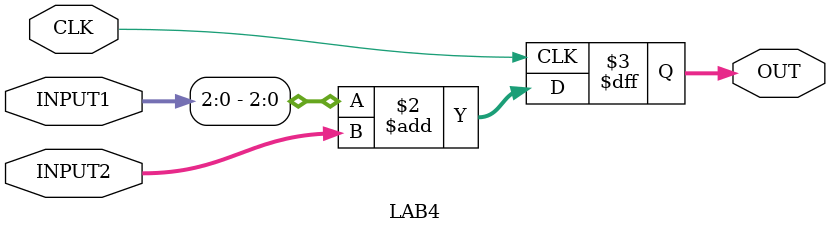
<source format=v>

module LAB4(//input
           CLK,
           INPUT1,
           INPUT2,
           //output
           OUT
               );
//-----------input output -------------//           
input CLK;
input [3:0] INPUT1,INPUT2;
output [5:0]OUT;

reg [5:0] OUT;

always @ (posedge CLK)
    OUT<=INPUT1[2:0]+INPUT2[3:0];



endmodule

</source>
